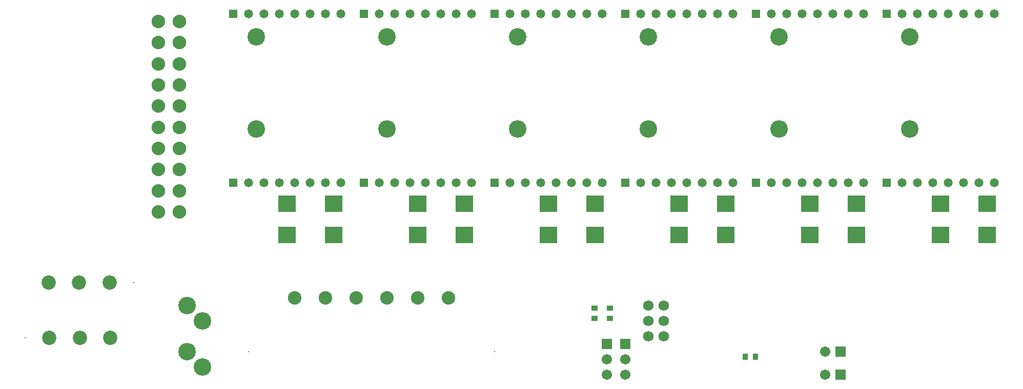
<source format=gbs>
G04 Layer_Color=16711935*
%FSLAX24Y24*%
%MOIN*%
G70*
G01*
G75*
%ADD51C,0.0580*%
%ADD52R,0.0580X0.0580*%
%ADD53C,0.1138*%
%ADD54C,0.0881*%
%ADD55C,0.0930*%
%ADD56C,0.0080*%
%ADD57R,0.0671X0.0671*%
%ADD58C,0.0671*%
%ADD59C,0.0879*%
%ADD60R,0.0671X0.0671*%
%ADD61C,0.0680*%
%ADD62R,0.0434X0.0375*%
%ADD63R,0.0375X0.0434*%
%ADD64R,0.1180X0.1080*%
D51*
X55500Y24500D02*
D03*
X54500D02*
D03*
X53500D02*
D03*
X52500D02*
D03*
X51500D02*
D03*
X50500D02*
D03*
X49500D02*
D03*
X55500Y13500D02*
D03*
X54500D02*
D03*
X53500D02*
D03*
X52500D02*
D03*
X51500D02*
D03*
X50500D02*
D03*
X49500D02*
D03*
X58000D02*
D03*
X59000D02*
D03*
X60000D02*
D03*
X61000D02*
D03*
X62000D02*
D03*
X63000D02*
D03*
X64000D02*
D03*
X58000Y24500D02*
D03*
X59000D02*
D03*
X60000D02*
D03*
X61000D02*
D03*
X62000D02*
D03*
X63000D02*
D03*
X64000D02*
D03*
X47000D02*
D03*
X46000D02*
D03*
X45000D02*
D03*
X44000D02*
D03*
X43000D02*
D03*
X42000D02*
D03*
X41000D02*
D03*
X47000Y13500D02*
D03*
X46000D02*
D03*
X45000D02*
D03*
X44000D02*
D03*
X43000D02*
D03*
X42000D02*
D03*
X41000D02*
D03*
X32500D02*
D03*
X33500D02*
D03*
X34500D02*
D03*
X35500D02*
D03*
X36500D02*
D03*
X37500D02*
D03*
X38500D02*
D03*
X32500Y24500D02*
D03*
X33500D02*
D03*
X34500D02*
D03*
X35500D02*
D03*
X36500D02*
D03*
X37500D02*
D03*
X38500D02*
D03*
X30000D02*
D03*
X29000D02*
D03*
X28000D02*
D03*
X27000D02*
D03*
X26000D02*
D03*
X25000D02*
D03*
X24000D02*
D03*
X30000Y13500D02*
D03*
X29000D02*
D03*
X28000D02*
D03*
X27000D02*
D03*
X26000D02*
D03*
X25000D02*
D03*
X24000D02*
D03*
X15500D02*
D03*
X16500D02*
D03*
X17500D02*
D03*
X18500D02*
D03*
X19500D02*
D03*
X20500D02*
D03*
X21500D02*
D03*
X15500Y24500D02*
D03*
X16500D02*
D03*
X17500D02*
D03*
X18500D02*
D03*
X19500D02*
D03*
X20500D02*
D03*
X21500D02*
D03*
D52*
X48500D02*
D03*
Y13500D02*
D03*
X57000D02*
D03*
Y24500D02*
D03*
X40000D02*
D03*
Y13500D02*
D03*
X31500D02*
D03*
Y24500D02*
D03*
X23000D02*
D03*
Y13500D02*
D03*
X14500D02*
D03*
Y24500D02*
D03*
D53*
X58500Y17000D02*
D03*
Y23000D02*
D03*
X50000Y17000D02*
D03*
Y23000D02*
D03*
X41500Y17000D02*
D03*
Y23000D02*
D03*
X33000Y17000D02*
D03*
Y23000D02*
D03*
X24500Y17000D02*
D03*
Y23000D02*
D03*
X16000Y17000D02*
D03*
Y23000D02*
D03*
X11500Y5500D02*
D03*
X12500Y4500D02*
D03*
X11500Y2500D02*
D03*
X12500Y1500D02*
D03*
D54*
X9622Y12976D02*
D03*
X11000D02*
D03*
X9622Y14354D02*
D03*
X11000D02*
D03*
X9622Y15732D02*
D03*
X11000D02*
D03*
X9622Y17110D02*
D03*
X11000D02*
D03*
X9622Y18488D02*
D03*
X11000D02*
D03*
X9622Y19866D02*
D03*
X11000D02*
D03*
X9622Y21244D02*
D03*
X11000D02*
D03*
X9622Y22622D02*
D03*
X11000D02*
D03*
X9622Y24000D02*
D03*
X11000D02*
D03*
Y11598D02*
D03*
X9622D02*
D03*
D55*
X6500Y3400D02*
D03*
X4520D02*
D03*
X2540D02*
D03*
X2500Y7000D02*
D03*
X4480D02*
D03*
X6460D02*
D03*
D56*
X960Y3400D02*
D03*
X8040Y7000D02*
D03*
X15500Y2500D02*
D03*
X31500D02*
D03*
D57*
X54000Y1000D02*
D03*
Y2500D02*
D03*
D58*
X53000Y1000D02*
D03*
Y2500D02*
D03*
X38800Y2000D02*
D03*
Y1000D02*
D03*
X40000Y2000D02*
D03*
Y1000D02*
D03*
D59*
X26500Y6000D02*
D03*
X24500D02*
D03*
X22500D02*
D03*
X20500D02*
D03*
X18500D02*
D03*
X28500D02*
D03*
D60*
X38800Y3000D02*
D03*
X40000D02*
D03*
D61*
X42500Y5500D02*
D03*
Y4500D02*
D03*
Y3500D02*
D03*
X41500Y5500D02*
D03*
Y4500D02*
D03*
Y3500D02*
D03*
D62*
X38000Y4656D02*
D03*
Y5344D02*
D03*
X39000Y4656D02*
D03*
Y5344D02*
D03*
D63*
X47796Y2160D02*
D03*
X48484D02*
D03*
D64*
X18000Y10100D02*
D03*
Y12120D02*
D03*
X21020D02*
D03*
Y10100D02*
D03*
X26500D02*
D03*
Y12120D02*
D03*
X29520D02*
D03*
Y10100D02*
D03*
X35000D02*
D03*
Y12120D02*
D03*
X38020D02*
D03*
Y10100D02*
D03*
X43500D02*
D03*
Y12120D02*
D03*
X46520D02*
D03*
Y10100D02*
D03*
X60500D02*
D03*
Y12120D02*
D03*
X63520D02*
D03*
Y10100D02*
D03*
X52000D02*
D03*
Y12120D02*
D03*
X55020D02*
D03*
Y10100D02*
D03*
M02*

</source>
